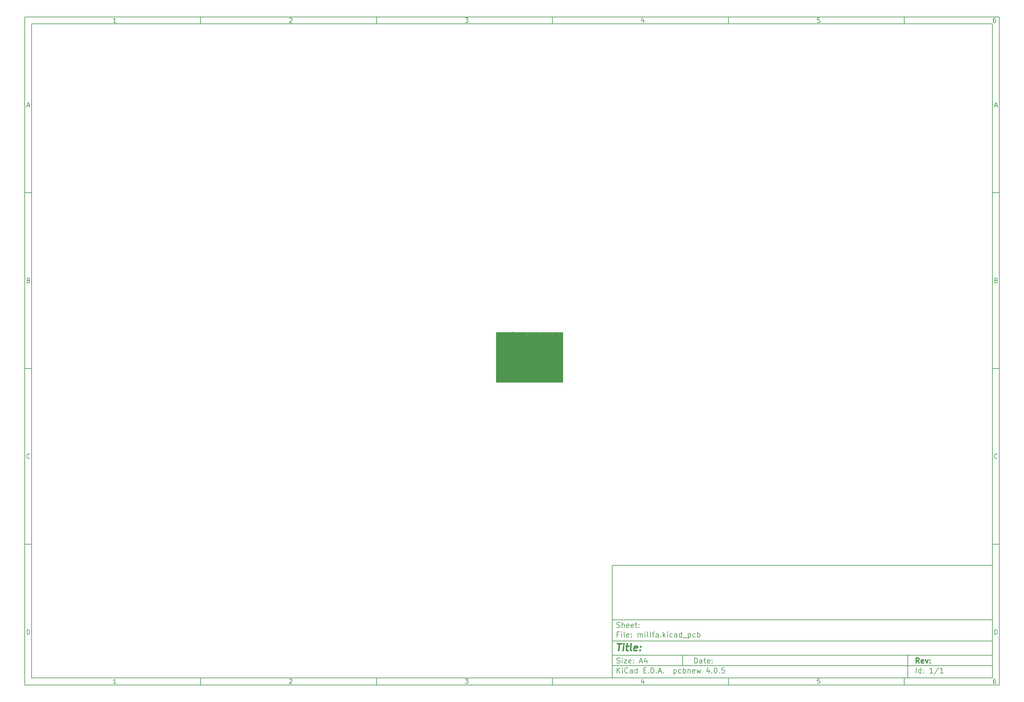
<source format=gbr>
%TF.GenerationSoftware,KiCad,Pcbnew,4.0.5*%
%TF.CreationDate,2017-03-15T23:01:03-07:00*%
%TF.ProjectId,millfa,6D696C6C66612E6B696361645F706362,rev?*%
%TF.FileFunction,Copper,L2,Bot,Signal*%
%FSLAX46Y46*%
G04 Gerber Fmt 4.6, Leading zero omitted, Abs format (unit mm)*
G04 Created by KiCad (PCBNEW 4.0.5) date 03/15/17 23:01:03*
%MOMM*%
%LPD*%
G01*
G04 APERTURE LIST*
%ADD10C,0.025400*%
%ADD11C,0.150000*%
%ADD12C,0.300000*%
%ADD13C,0.400000*%
%ADD14C,0.500380*%
%ADD15R,2.420000X5.080000*%
%ADD16C,0.970000*%
%ADD17R,0.460000X0.890000*%
%ADD18C,0.127000*%
G04 APERTURE END LIST*
D10*
D11*
X32984200Y-52075500D02*
X32984200Y-84075500D01*
X140984200Y-84075500D01*
X140984200Y-52075500D01*
X32984200Y-52075500D01*
D10*
D11*
X-134018000Y103931700D02*
X-134018000Y-86075500D01*
X142984200Y-86075500D01*
X142984200Y103931700D01*
X-134018000Y103931700D01*
D10*
D11*
X-132018000Y101931700D02*
X-132018000Y-84075500D01*
X140984200Y-84075500D01*
X140984200Y101931700D01*
X-132018000Y101931700D01*
D10*
D11*
X-84018000Y101931700D02*
X-84018000Y103931700D01*
D10*
D11*
X-34018000Y101931700D02*
X-34018000Y103931700D01*
D10*
D11*
X15982000Y101931700D02*
X15982000Y103931700D01*
D10*
D11*
X65982000Y101931700D02*
X65982000Y103931700D01*
D10*
D11*
X115982000Y101931700D02*
X115982000Y103931700D01*
D10*
D11*
X-108027524Y102343605D02*
X-108770381Y102343605D01*
X-108398952Y102343605D02*
X-108398952Y103643605D01*
X-108522762Y103457890D01*
X-108646571Y103334081D01*
X-108770381Y103272176D01*
D10*
D11*
X-58770381Y103519795D02*
X-58708476Y103581700D01*
X-58584667Y103643605D01*
X-58275143Y103643605D01*
X-58151333Y103581700D01*
X-58089429Y103519795D01*
X-58027524Y103395986D01*
X-58027524Y103272176D01*
X-58089429Y103086462D01*
X-58832286Y102343605D01*
X-58027524Y102343605D01*
D10*
D11*
X-8832286Y103643605D02*
X-8027524Y103643605D01*
X-8460857Y103148367D01*
X-8275143Y103148367D01*
X-8151333Y103086462D01*
X-8089429Y103024557D01*
X-8027524Y102900748D01*
X-8027524Y102591224D01*
X-8089429Y102467414D01*
X-8151333Y102405510D01*
X-8275143Y102343605D01*
X-8646571Y102343605D01*
X-8770381Y102405510D01*
X-8832286Y102467414D01*
D10*
D11*
X41848667Y103210271D02*
X41848667Y102343605D01*
X41539143Y103705510D02*
X41229619Y102776938D01*
X42034381Y102776938D01*
D10*
D11*
X91910571Y103643605D02*
X91291524Y103643605D01*
X91229619Y103024557D01*
X91291524Y103086462D01*
X91415333Y103148367D01*
X91724857Y103148367D01*
X91848667Y103086462D01*
X91910571Y103024557D01*
X91972476Y102900748D01*
X91972476Y102591224D01*
X91910571Y102467414D01*
X91848667Y102405510D01*
X91724857Y102343605D01*
X91415333Y102343605D01*
X91291524Y102405510D01*
X91229619Y102467414D01*
D10*
D11*
X141848667Y103643605D02*
X141601048Y103643605D01*
X141477238Y103581700D01*
X141415333Y103519795D01*
X141291524Y103334081D01*
X141229619Y103086462D01*
X141229619Y102591224D01*
X141291524Y102467414D01*
X141353429Y102405510D01*
X141477238Y102343605D01*
X141724857Y102343605D01*
X141848667Y102405510D01*
X141910571Y102467414D01*
X141972476Y102591224D01*
X141972476Y102900748D01*
X141910571Y103024557D01*
X141848667Y103086462D01*
X141724857Y103148367D01*
X141477238Y103148367D01*
X141353429Y103086462D01*
X141291524Y103024557D01*
X141229619Y102900748D01*
D10*
D11*
X-84018000Y-84075500D02*
X-84018000Y-86075500D01*
D10*
D11*
X-34018000Y-84075500D02*
X-34018000Y-86075500D01*
D10*
D11*
X15982000Y-84075500D02*
X15982000Y-86075500D01*
D10*
D11*
X65982000Y-84075500D02*
X65982000Y-86075500D01*
D10*
D11*
X115982000Y-84075500D02*
X115982000Y-86075500D01*
D10*
D11*
X-108027524Y-85663595D02*
X-108770381Y-85663595D01*
X-108398952Y-85663595D02*
X-108398952Y-84363595D01*
X-108522762Y-84549310D01*
X-108646571Y-84673119D01*
X-108770381Y-84735024D01*
D10*
D11*
X-58770381Y-84487405D02*
X-58708476Y-84425500D01*
X-58584667Y-84363595D01*
X-58275143Y-84363595D01*
X-58151333Y-84425500D01*
X-58089429Y-84487405D01*
X-58027524Y-84611214D01*
X-58027524Y-84735024D01*
X-58089429Y-84920738D01*
X-58832286Y-85663595D01*
X-58027524Y-85663595D01*
D10*
D11*
X-8832286Y-84363595D02*
X-8027524Y-84363595D01*
X-8460857Y-84858833D01*
X-8275143Y-84858833D01*
X-8151333Y-84920738D01*
X-8089429Y-84982643D01*
X-8027524Y-85106452D01*
X-8027524Y-85415976D01*
X-8089429Y-85539786D01*
X-8151333Y-85601690D01*
X-8275143Y-85663595D01*
X-8646571Y-85663595D01*
X-8770381Y-85601690D01*
X-8832286Y-85539786D01*
D10*
D11*
X41848667Y-84796929D02*
X41848667Y-85663595D01*
X41539143Y-84301690D02*
X41229619Y-85230262D01*
X42034381Y-85230262D01*
D10*
D11*
X91910571Y-84363595D02*
X91291524Y-84363595D01*
X91229619Y-84982643D01*
X91291524Y-84920738D01*
X91415333Y-84858833D01*
X91724857Y-84858833D01*
X91848667Y-84920738D01*
X91910571Y-84982643D01*
X91972476Y-85106452D01*
X91972476Y-85415976D01*
X91910571Y-85539786D01*
X91848667Y-85601690D01*
X91724857Y-85663595D01*
X91415333Y-85663595D01*
X91291524Y-85601690D01*
X91229619Y-85539786D01*
D10*
D11*
X141848667Y-84363595D02*
X141601048Y-84363595D01*
X141477238Y-84425500D01*
X141415333Y-84487405D01*
X141291524Y-84673119D01*
X141229619Y-84920738D01*
X141229619Y-85415976D01*
X141291524Y-85539786D01*
X141353429Y-85601690D01*
X141477238Y-85663595D01*
X141724857Y-85663595D01*
X141848667Y-85601690D01*
X141910571Y-85539786D01*
X141972476Y-85415976D01*
X141972476Y-85106452D01*
X141910571Y-84982643D01*
X141848667Y-84920738D01*
X141724857Y-84858833D01*
X141477238Y-84858833D01*
X141353429Y-84920738D01*
X141291524Y-84982643D01*
X141229619Y-85106452D01*
D10*
D11*
X-134018000Y53931700D02*
X-132018000Y53931700D01*
D10*
D11*
X-134018000Y3931700D02*
X-132018000Y3931700D01*
D10*
D11*
X-134018000Y-46068300D02*
X-132018000Y-46068300D01*
D10*
D11*
X-133327524Y78715033D02*
X-132708476Y78715033D01*
X-133451333Y78343605D02*
X-133018000Y79643605D01*
X-132584667Y78343605D01*
D10*
D11*
X-132925143Y29024557D02*
X-132739429Y28962652D01*
X-132677524Y28900748D01*
X-132615619Y28776938D01*
X-132615619Y28591224D01*
X-132677524Y28467414D01*
X-132739429Y28405510D01*
X-132863238Y28343605D01*
X-133358476Y28343605D01*
X-133358476Y29643605D01*
X-132925143Y29643605D01*
X-132801333Y29581700D01*
X-132739429Y29519795D01*
X-132677524Y29395986D01*
X-132677524Y29272176D01*
X-132739429Y29148367D01*
X-132801333Y29086462D01*
X-132925143Y29024557D01*
X-133358476Y29024557D01*
D10*
D11*
X-132615619Y-21532586D02*
X-132677524Y-21594490D01*
X-132863238Y-21656395D01*
X-132987048Y-21656395D01*
X-133172762Y-21594490D01*
X-133296571Y-21470681D01*
X-133358476Y-21346871D01*
X-133420381Y-21099252D01*
X-133420381Y-20913538D01*
X-133358476Y-20665919D01*
X-133296571Y-20542110D01*
X-133172762Y-20418300D01*
X-132987048Y-20356395D01*
X-132863238Y-20356395D01*
X-132677524Y-20418300D01*
X-132615619Y-20480205D01*
D10*
D11*
X-133358476Y-71656395D02*
X-133358476Y-70356395D01*
X-133048952Y-70356395D01*
X-132863238Y-70418300D01*
X-132739429Y-70542110D01*
X-132677524Y-70665919D01*
X-132615619Y-70913538D01*
X-132615619Y-71099252D01*
X-132677524Y-71346871D01*
X-132739429Y-71470681D01*
X-132863238Y-71594490D01*
X-133048952Y-71656395D01*
X-133358476Y-71656395D01*
D10*
D11*
X142984200Y53931700D02*
X140984200Y53931700D01*
D10*
D11*
X142984200Y3931700D02*
X140984200Y3931700D01*
D10*
D11*
X142984200Y-46068300D02*
X140984200Y-46068300D01*
D10*
D11*
X141674676Y78715033D02*
X142293724Y78715033D01*
X141550867Y78343605D02*
X141984200Y79643605D01*
X142417533Y78343605D01*
D10*
D11*
X142077057Y29024557D02*
X142262771Y28962652D01*
X142324676Y28900748D01*
X142386581Y28776938D01*
X142386581Y28591224D01*
X142324676Y28467414D01*
X142262771Y28405510D01*
X142138962Y28343605D01*
X141643724Y28343605D01*
X141643724Y29643605D01*
X142077057Y29643605D01*
X142200867Y29581700D01*
X142262771Y29519795D01*
X142324676Y29395986D01*
X142324676Y29272176D01*
X142262771Y29148367D01*
X142200867Y29086462D01*
X142077057Y29024557D01*
X141643724Y29024557D01*
D10*
D11*
X142386581Y-21532586D02*
X142324676Y-21594490D01*
X142138962Y-21656395D01*
X142015152Y-21656395D01*
X141829438Y-21594490D01*
X141705629Y-21470681D01*
X141643724Y-21346871D01*
X141581819Y-21099252D01*
X141581819Y-20913538D01*
X141643724Y-20665919D01*
X141705629Y-20542110D01*
X141829438Y-20418300D01*
X142015152Y-20356395D01*
X142138962Y-20356395D01*
X142324676Y-20418300D01*
X142386581Y-20480205D01*
D10*
D11*
X141643724Y-71656395D02*
X141643724Y-70356395D01*
X141953248Y-70356395D01*
X142138962Y-70418300D01*
X142262771Y-70542110D01*
X142324676Y-70665919D01*
X142386581Y-70913538D01*
X142386581Y-71099252D01*
X142324676Y-71346871D01*
X142262771Y-71470681D01*
X142138962Y-71594490D01*
X141953248Y-71656395D01*
X141643724Y-71656395D01*
D10*
D11*
X56341343Y-79854071D02*
X56341343Y-78354071D01*
X56698486Y-78354071D01*
X56912771Y-78425500D01*
X57055629Y-78568357D01*
X57127057Y-78711214D01*
X57198486Y-78996929D01*
X57198486Y-79211214D01*
X57127057Y-79496929D01*
X57055629Y-79639786D01*
X56912771Y-79782643D01*
X56698486Y-79854071D01*
X56341343Y-79854071D01*
X58484200Y-79854071D02*
X58484200Y-79068357D01*
X58412771Y-78925500D01*
X58269914Y-78854071D01*
X57984200Y-78854071D01*
X57841343Y-78925500D01*
X58484200Y-79782643D02*
X58341343Y-79854071D01*
X57984200Y-79854071D01*
X57841343Y-79782643D01*
X57769914Y-79639786D01*
X57769914Y-79496929D01*
X57841343Y-79354071D01*
X57984200Y-79282643D01*
X58341343Y-79282643D01*
X58484200Y-79211214D01*
X58984200Y-78854071D02*
X59555629Y-78854071D01*
X59198486Y-78354071D02*
X59198486Y-79639786D01*
X59269914Y-79782643D01*
X59412772Y-79854071D01*
X59555629Y-79854071D01*
X60627057Y-79782643D02*
X60484200Y-79854071D01*
X60198486Y-79854071D01*
X60055629Y-79782643D01*
X59984200Y-79639786D01*
X59984200Y-79068357D01*
X60055629Y-78925500D01*
X60198486Y-78854071D01*
X60484200Y-78854071D01*
X60627057Y-78925500D01*
X60698486Y-79068357D01*
X60698486Y-79211214D01*
X59984200Y-79354071D01*
X61341343Y-79711214D02*
X61412771Y-79782643D01*
X61341343Y-79854071D01*
X61269914Y-79782643D01*
X61341343Y-79711214D01*
X61341343Y-79854071D01*
X61341343Y-78925500D02*
X61412771Y-78996929D01*
X61341343Y-79068357D01*
X61269914Y-78996929D01*
X61341343Y-78925500D01*
X61341343Y-79068357D01*
D10*
D11*
X32984200Y-80575500D02*
X140984200Y-80575500D01*
D10*
D11*
X34341343Y-82654071D02*
X34341343Y-81154071D01*
X35198486Y-82654071D02*
X34555629Y-81796929D01*
X35198486Y-81154071D02*
X34341343Y-82011214D01*
X35841343Y-82654071D02*
X35841343Y-81654071D01*
X35841343Y-81154071D02*
X35769914Y-81225500D01*
X35841343Y-81296929D01*
X35912771Y-81225500D01*
X35841343Y-81154071D01*
X35841343Y-81296929D01*
X37412772Y-82511214D02*
X37341343Y-82582643D01*
X37127057Y-82654071D01*
X36984200Y-82654071D01*
X36769915Y-82582643D01*
X36627057Y-82439786D01*
X36555629Y-82296929D01*
X36484200Y-82011214D01*
X36484200Y-81796929D01*
X36555629Y-81511214D01*
X36627057Y-81368357D01*
X36769915Y-81225500D01*
X36984200Y-81154071D01*
X37127057Y-81154071D01*
X37341343Y-81225500D01*
X37412772Y-81296929D01*
X38698486Y-82654071D02*
X38698486Y-81868357D01*
X38627057Y-81725500D01*
X38484200Y-81654071D01*
X38198486Y-81654071D01*
X38055629Y-81725500D01*
X38698486Y-82582643D02*
X38555629Y-82654071D01*
X38198486Y-82654071D01*
X38055629Y-82582643D01*
X37984200Y-82439786D01*
X37984200Y-82296929D01*
X38055629Y-82154071D01*
X38198486Y-82082643D01*
X38555629Y-82082643D01*
X38698486Y-82011214D01*
X40055629Y-82654071D02*
X40055629Y-81154071D01*
X40055629Y-82582643D02*
X39912772Y-82654071D01*
X39627058Y-82654071D01*
X39484200Y-82582643D01*
X39412772Y-82511214D01*
X39341343Y-82368357D01*
X39341343Y-81939786D01*
X39412772Y-81796929D01*
X39484200Y-81725500D01*
X39627058Y-81654071D01*
X39912772Y-81654071D01*
X40055629Y-81725500D01*
X41912772Y-81868357D02*
X42412772Y-81868357D01*
X42627058Y-82654071D02*
X41912772Y-82654071D01*
X41912772Y-81154071D01*
X42627058Y-81154071D01*
X43269915Y-82511214D02*
X43341343Y-82582643D01*
X43269915Y-82654071D01*
X43198486Y-82582643D01*
X43269915Y-82511214D01*
X43269915Y-82654071D01*
X43984201Y-82654071D02*
X43984201Y-81154071D01*
X44341344Y-81154071D01*
X44555629Y-81225500D01*
X44698487Y-81368357D01*
X44769915Y-81511214D01*
X44841344Y-81796929D01*
X44841344Y-82011214D01*
X44769915Y-82296929D01*
X44698487Y-82439786D01*
X44555629Y-82582643D01*
X44341344Y-82654071D01*
X43984201Y-82654071D01*
X45484201Y-82511214D02*
X45555629Y-82582643D01*
X45484201Y-82654071D01*
X45412772Y-82582643D01*
X45484201Y-82511214D01*
X45484201Y-82654071D01*
X46127058Y-82225500D02*
X46841344Y-82225500D01*
X45984201Y-82654071D02*
X46484201Y-81154071D01*
X46984201Y-82654071D01*
X47484201Y-82511214D02*
X47555629Y-82582643D01*
X47484201Y-82654071D01*
X47412772Y-82582643D01*
X47484201Y-82511214D01*
X47484201Y-82654071D01*
X50484201Y-81654071D02*
X50484201Y-83154071D01*
X50484201Y-81725500D02*
X50627058Y-81654071D01*
X50912772Y-81654071D01*
X51055629Y-81725500D01*
X51127058Y-81796929D01*
X51198487Y-81939786D01*
X51198487Y-82368357D01*
X51127058Y-82511214D01*
X51055629Y-82582643D01*
X50912772Y-82654071D01*
X50627058Y-82654071D01*
X50484201Y-82582643D01*
X52484201Y-82582643D02*
X52341344Y-82654071D01*
X52055630Y-82654071D01*
X51912772Y-82582643D01*
X51841344Y-82511214D01*
X51769915Y-82368357D01*
X51769915Y-81939786D01*
X51841344Y-81796929D01*
X51912772Y-81725500D01*
X52055630Y-81654071D01*
X52341344Y-81654071D01*
X52484201Y-81725500D01*
X53127058Y-82654071D02*
X53127058Y-81154071D01*
X53127058Y-81725500D02*
X53269915Y-81654071D01*
X53555629Y-81654071D01*
X53698486Y-81725500D01*
X53769915Y-81796929D01*
X53841344Y-81939786D01*
X53841344Y-82368357D01*
X53769915Y-82511214D01*
X53698486Y-82582643D01*
X53555629Y-82654071D01*
X53269915Y-82654071D01*
X53127058Y-82582643D01*
X54484201Y-81654071D02*
X54484201Y-82654071D01*
X54484201Y-81796929D02*
X54555629Y-81725500D01*
X54698487Y-81654071D01*
X54912772Y-81654071D01*
X55055629Y-81725500D01*
X55127058Y-81868357D01*
X55127058Y-82654071D01*
X56412772Y-82582643D02*
X56269915Y-82654071D01*
X55984201Y-82654071D01*
X55841344Y-82582643D01*
X55769915Y-82439786D01*
X55769915Y-81868357D01*
X55841344Y-81725500D01*
X55984201Y-81654071D01*
X56269915Y-81654071D01*
X56412772Y-81725500D01*
X56484201Y-81868357D01*
X56484201Y-82011214D01*
X55769915Y-82154071D01*
X56984201Y-81654071D02*
X57269915Y-82654071D01*
X57555629Y-81939786D01*
X57841344Y-82654071D01*
X58127058Y-81654071D01*
X60484201Y-81654071D02*
X60484201Y-82654071D01*
X60127058Y-81082643D02*
X59769915Y-82154071D01*
X60698487Y-82154071D01*
X61269915Y-82511214D02*
X61341343Y-82582643D01*
X61269915Y-82654071D01*
X61198486Y-82582643D01*
X61269915Y-82511214D01*
X61269915Y-82654071D01*
X62269915Y-81154071D02*
X62412772Y-81154071D01*
X62555629Y-81225500D01*
X62627058Y-81296929D01*
X62698487Y-81439786D01*
X62769915Y-81725500D01*
X62769915Y-82082643D01*
X62698487Y-82368357D01*
X62627058Y-82511214D01*
X62555629Y-82582643D01*
X62412772Y-82654071D01*
X62269915Y-82654071D01*
X62127058Y-82582643D01*
X62055629Y-82511214D01*
X61984201Y-82368357D01*
X61912772Y-82082643D01*
X61912772Y-81725500D01*
X61984201Y-81439786D01*
X62055629Y-81296929D01*
X62127058Y-81225500D01*
X62269915Y-81154071D01*
X63412772Y-82511214D02*
X63484200Y-82582643D01*
X63412772Y-82654071D01*
X63341343Y-82582643D01*
X63412772Y-82511214D01*
X63412772Y-82654071D01*
X64841344Y-81154071D02*
X64127058Y-81154071D01*
X64055629Y-81868357D01*
X64127058Y-81796929D01*
X64269915Y-81725500D01*
X64627058Y-81725500D01*
X64769915Y-81796929D01*
X64841344Y-81868357D01*
X64912772Y-82011214D01*
X64912772Y-82368357D01*
X64841344Y-82511214D01*
X64769915Y-82582643D01*
X64627058Y-82654071D01*
X64269915Y-82654071D01*
X64127058Y-82582643D01*
X64055629Y-82511214D01*
D10*
D11*
X32984200Y-77575500D02*
X140984200Y-77575500D01*
D10*
D12*
X120198486Y-79854071D02*
X119698486Y-79139786D01*
X119341343Y-79854071D02*
X119341343Y-78354071D01*
X119912771Y-78354071D01*
X120055629Y-78425500D01*
X120127057Y-78496929D01*
X120198486Y-78639786D01*
X120198486Y-78854071D01*
X120127057Y-78996929D01*
X120055629Y-79068357D01*
X119912771Y-79139786D01*
X119341343Y-79139786D01*
X121412771Y-79782643D02*
X121269914Y-79854071D01*
X120984200Y-79854071D01*
X120841343Y-79782643D01*
X120769914Y-79639786D01*
X120769914Y-79068357D01*
X120841343Y-78925500D01*
X120984200Y-78854071D01*
X121269914Y-78854071D01*
X121412771Y-78925500D01*
X121484200Y-79068357D01*
X121484200Y-79211214D01*
X120769914Y-79354071D01*
X121984200Y-78854071D02*
X122341343Y-79854071D01*
X122698485Y-78854071D01*
X123269914Y-79711214D02*
X123341342Y-79782643D01*
X123269914Y-79854071D01*
X123198485Y-79782643D01*
X123269914Y-79711214D01*
X123269914Y-79854071D01*
X123269914Y-78925500D02*
X123341342Y-78996929D01*
X123269914Y-79068357D01*
X123198485Y-78996929D01*
X123269914Y-78925500D01*
X123269914Y-79068357D01*
D10*
D11*
X34269914Y-79782643D02*
X34484200Y-79854071D01*
X34841343Y-79854071D01*
X34984200Y-79782643D01*
X35055629Y-79711214D01*
X35127057Y-79568357D01*
X35127057Y-79425500D01*
X35055629Y-79282643D01*
X34984200Y-79211214D01*
X34841343Y-79139786D01*
X34555629Y-79068357D01*
X34412771Y-78996929D01*
X34341343Y-78925500D01*
X34269914Y-78782643D01*
X34269914Y-78639786D01*
X34341343Y-78496929D01*
X34412771Y-78425500D01*
X34555629Y-78354071D01*
X34912771Y-78354071D01*
X35127057Y-78425500D01*
X35769914Y-79854071D02*
X35769914Y-78854071D01*
X35769914Y-78354071D02*
X35698485Y-78425500D01*
X35769914Y-78496929D01*
X35841342Y-78425500D01*
X35769914Y-78354071D01*
X35769914Y-78496929D01*
X36341343Y-78854071D02*
X37127057Y-78854071D01*
X36341343Y-79854071D01*
X37127057Y-79854071D01*
X38269914Y-79782643D02*
X38127057Y-79854071D01*
X37841343Y-79854071D01*
X37698486Y-79782643D01*
X37627057Y-79639786D01*
X37627057Y-79068357D01*
X37698486Y-78925500D01*
X37841343Y-78854071D01*
X38127057Y-78854071D01*
X38269914Y-78925500D01*
X38341343Y-79068357D01*
X38341343Y-79211214D01*
X37627057Y-79354071D01*
X38984200Y-79711214D02*
X39055628Y-79782643D01*
X38984200Y-79854071D01*
X38912771Y-79782643D01*
X38984200Y-79711214D01*
X38984200Y-79854071D01*
X38984200Y-78925500D02*
X39055628Y-78996929D01*
X38984200Y-79068357D01*
X38912771Y-78996929D01*
X38984200Y-78925500D01*
X38984200Y-79068357D01*
X40769914Y-79425500D02*
X41484200Y-79425500D01*
X40627057Y-79854071D02*
X41127057Y-78354071D01*
X41627057Y-79854071D01*
X42769914Y-78854071D02*
X42769914Y-79854071D01*
X42412771Y-78282643D02*
X42055628Y-79354071D01*
X42984200Y-79354071D01*
D10*
D11*
X119341343Y-82654071D02*
X119341343Y-81154071D01*
X120698486Y-82654071D02*
X120698486Y-81154071D01*
X120698486Y-82582643D02*
X120555629Y-82654071D01*
X120269915Y-82654071D01*
X120127057Y-82582643D01*
X120055629Y-82511214D01*
X119984200Y-82368357D01*
X119984200Y-81939786D01*
X120055629Y-81796929D01*
X120127057Y-81725500D01*
X120269915Y-81654071D01*
X120555629Y-81654071D01*
X120698486Y-81725500D01*
X121412772Y-82511214D02*
X121484200Y-82582643D01*
X121412772Y-82654071D01*
X121341343Y-82582643D01*
X121412772Y-82511214D01*
X121412772Y-82654071D01*
X121412772Y-81725500D02*
X121484200Y-81796929D01*
X121412772Y-81868357D01*
X121341343Y-81796929D01*
X121412772Y-81725500D01*
X121412772Y-81868357D01*
X124055629Y-82654071D02*
X123198486Y-82654071D01*
X123627058Y-82654071D02*
X123627058Y-81154071D01*
X123484201Y-81368357D01*
X123341343Y-81511214D01*
X123198486Y-81582643D01*
X125769914Y-81082643D02*
X124484200Y-83011214D01*
X127055629Y-82654071D02*
X126198486Y-82654071D01*
X126627058Y-82654071D02*
X126627058Y-81154071D01*
X126484201Y-81368357D01*
X126341343Y-81511214D01*
X126198486Y-81582643D01*
D10*
D11*
X32984200Y-73575500D02*
X140984200Y-73575500D01*
D10*
D13*
X34436581Y-74280262D02*
X35579438Y-74280262D01*
X34758010Y-76280262D02*
X35008010Y-74280262D01*
X35996105Y-76280262D02*
X36162771Y-74946929D01*
X36246105Y-74280262D02*
X36138962Y-74375500D01*
X36222295Y-74470738D01*
X36329439Y-74375500D01*
X36246105Y-74280262D01*
X36222295Y-74470738D01*
X36829438Y-74946929D02*
X37591343Y-74946929D01*
X37198486Y-74280262D02*
X36984200Y-75994548D01*
X37055630Y-76185024D01*
X37234201Y-76280262D01*
X37424677Y-76280262D01*
X38377058Y-76280262D02*
X38198487Y-76185024D01*
X38127057Y-75994548D01*
X38341343Y-74280262D01*
X39912772Y-76185024D02*
X39710391Y-76280262D01*
X39329439Y-76280262D01*
X39150867Y-76185024D01*
X39079438Y-75994548D01*
X39174676Y-75232643D01*
X39293724Y-75042167D01*
X39496105Y-74946929D01*
X39877057Y-74946929D01*
X40055629Y-75042167D01*
X40127057Y-75232643D01*
X40103248Y-75423119D01*
X39127057Y-75613595D01*
X40877057Y-76089786D02*
X40960392Y-76185024D01*
X40853248Y-76280262D01*
X40769915Y-76185024D01*
X40877057Y-76089786D01*
X40853248Y-76280262D01*
X41008010Y-75042167D02*
X41091344Y-75137405D01*
X40984200Y-75232643D01*
X40900867Y-75137405D01*
X41008010Y-75042167D01*
X40984200Y-75232643D01*
D10*
D11*
X34841343Y-71668357D02*
X34341343Y-71668357D01*
X34341343Y-72454071D02*
X34341343Y-70954071D01*
X35055629Y-70954071D01*
X35627057Y-72454071D02*
X35627057Y-71454071D01*
X35627057Y-70954071D02*
X35555628Y-71025500D01*
X35627057Y-71096929D01*
X35698485Y-71025500D01*
X35627057Y-70954071D01*
X35627057Y-71096929D01*
X36555629Y-72454071D02*
X36412771Y-72382643D01*
X36341343Y-72239786D01*
X36341343Y-70954071D01*
X37698485Y-72382643D02*
X37555628Y-72454071D01*
X37269914Y-72454071D01*
X37127057Y-72382643D01*
X37055628Y-72239786D01*
X37055628Y-71668357D01*
X37127057Y-71525500D01*
X37269914Y-71454071D01*
X37555628Y-71454071D01*
X37698485Y-71525500D01*
X37769914Y-71668357D01*
X37769914Y-71811214D01*
X37055628Y-71954071D01*
X38412771Y-72311214D02*
X38484199Y-72382643D01*
X38412771Y-72454071D01*
X38341342Y-72382643D01*
X38412771Y-72311214D01*
X38412771Y-72454071D01*
X38412771Y-71525500D02*
X38484199Y-71596929D01*
X38412771Y-71668357D01*
X38341342Y-71596929D01*
X38412771Y-71525500D01*
X38412771Y-71668357D01*
X40269914Y-72454071D02*
X40269914Y-71454071D01*
X40269914Y-71596929D02*
X40341342Y-71525500D01*
X40484200Y-71454071D01*
X40698485Y-71454071D01*
X40841342Y-71525500D01*
X40912771Y-71668357D01*
X40912771Y-72454071D01*
X40912771Y-71668357D02*
X40984200Y-71525500D01*
X41127057Y-71454071D01*
X41341342Y-71454071D01*
X41484200Y-71525500D01*
X41555628Y-71668357D01*
X41555628Y-72454071D01*
X42269914Y-72454071D02*
X42269914Y-71454071D01*
X42269914Y-70954071D02*
X42198485Y-71025500D01*
X42269914Y-71096929D01*
X42341342Y-71025500D01*
X42269914Y-70954071D01*
X42269914Y-71096929D01*
X43198486Y-72454071D02*
X43055628Y-72382643D01*
X42984200Y-72239786D01*
X42984200Y-70954071D01*
X43984200Y-72454071D02*
X43841342Y-72382643D01*
X43769914Y-72239786D01*
X43769914Y-70954071D01*
X44341342Y-71454071D02*
X44912771Y-71454071D01*
X44555628Y-72454071D02*
X44555628Y-71168357D01*
X44627056Y-71025500D01*
X44769914Y-70954071D01*
X44912771Y-70954071D01*
X46055628Y-72454071D02*
X46055628Y-71668357D01*
X45984199Y-71525500D01*
X45841342Y-71454071D01*
X45555628Y-71454071D01*
X45412771Y-71525500D01*
X46055628Y-72382643D02*
X45912771Y-72454071D01*
X45555628Y-72454071D01*
X45412771Y-72382643D01*
X45341342Y-72239786D01*
X45341342Y-72096929D01*
X45412771Y-71954071D01*
X45555628Y-71882643D01*
X45912771Y-71882643D01*
X46055628Y-71811214D01*
X46769914Y-72311214D02*
X46841342Y-72382643D01*
X46769914Y-72454071D01*
X46698485Y-72382643D01*
X46769914Y-72311214D01*
X46769914Y-72454071D01*
X47484200Y-72454071D02*
X47484200Y-70954071D01*
X47627057Y-71882643D02*
X48055628Y-72454071D01*
X48055628Y-71454071D02*
X47484200Y-72025500D01*
X48698486Y-72454071D02*
X48698486Y-71454071D01*
X48698486Y-70954071D02*
X48627057Y-71025500D01*
X48698486Y-71096929D01*
X48769914Y-71025500D01*
X48698486Y-70954071D01*
X48698486Y-71096929D01*
X50055629Y-72382643D02*
X49912772Y-72454071D01*
X49627058Y-72454071D01*
X49484200Y-72382643D01*
X49412772Y-72311214D01*
X49341343Y-72168357D01*
X49341343Y-71739786D01*
X49412772Y-71596929D01*
X49484200Y-71525500D01*
X49627058Y-71454071D01*
X49912772Y-71454071D01*
X50055629Y-71525500D01*
X51341343Y-72454071D02*
X51341343Y-71668357D01*
X51269914Y-71525500D01*
X51127057Y-71454071D01*
X50841343Y-71454071D01*
X50698486Y-71525500D01*
X51341343Y-72382643D02*
X51198486Y-72454071D01*
X50841343Y-72454071D01*
X50698486Y-72382643D01*
X50627057Y-72239786D01*
X50627057Y-72096929D01*
X50698486Y-71954071D01*
X50841343Y-71882643D01*
X51198486Y-71882643D01*
X51341343Y-71811214D01*
X52698486Y-72454071D02*
X52698486Y-70954071D01*
X52698486Y-72382643D02*
X52555629Y-72454071D01*
X52269915Y-72454071D01*
X52127057Y-72382643D01*
X52055629Y-72311214D01*
X51984200Y-72168357D01*
X51984200Y-71739786D01*
X52055629Y-71596929D01*
X52127057Y-71525500D01*
X52269915Y-71454071D01*
X52555629Y-71454071D01*
X52698486Y-71525500D01*
X53055629Y-72596929D02*
X54198486Y-72596929D01*
X54555629Y-71454071D02*
X54555629Y-72954071D01*
X54555629Y-71525500D02*
X54698486Y-71454071D01*
X54984200Y-71454071D01*
X55127057Y-71525500D01*
X55198486Y-71596929D01*
X55269915Y-71739786D01*
X55269915Y-72168357D01*
X55198486Y-72311214D01*
X55127057Y-72382643D01*
X54984200Y-72454071D01*
X54698486Y-72454071D01*
X54555629Y-72382643D01*
X56555629Y-72382643D02*
X56412772Y-72454071D01*
X56127058Y-72454071D01*
X55984200Y-72382643D01*
X55912772Y-72311214D01*
X55841343Y-72168357D01*
X55841343Y-71739786D01*
X55912772Y-71596929D01*
X55984200Y-71525500D01*
X56127058Y-71454071D01*
X56412772Y-71454071D01*
X56555629Y-71525500D01*
X57198486Y-72454071D02*
X57198486Y-70954071D01*
X57198486Y-71525500D02*
X57341343Y-71454071D01*
X57627057Y-71454071D01*
X57769914Y-71525500D01*
X57841343Y-71596929D01*
X57912772Y-71739786D01*
X57912772Y-72168357D01*
X57841343Y-72311214D01*
X57769914Y-72382643D01*
X57627057Y-72454071D01*
X57341343Y-72454071D01*
X57198486Y-72382643D01*
D10*
D11*
X32984200Y-67575500D02*
X140984200Y-67575500D01*
D10*
D11*
X34269914Y-69682643D02*
X34484200Y-69754071D01*
X34841343Y-69754071D01*
X34984200Y-69682643D01*
X35055629Y-69611214D01*
X35127057Y-69468357D01*
X35127057Y-69325500D01*
X35055629Y-69182643D01*
X34984200Y-69111214D01*
X34841343Y-69039786D01*
X34555629Y-68968357D01*
X34412771Y-68896929D01*
X34341343Y-68825500D01*
X34269914Y-68682643D01*
X34269914Y-68539786D01*
X34341343Y-68396929D01*
X34412771Y-68325500D01*
X34555629Y-68254071D01*
X34912771Y-68254071D01*
X35127057Y-68325500D01*
X35769914Y-69754071D02*
X35769914Y-68254071D01*
X36412771Y-69754071D02*
X36412771Y-68968357D01*
X36341342Y-68825500D01*
X36198485Y-68754071D01*
X35984200Y-68754071D01*
X35841342Y-68825500D01*
X35769914Y-68896929D01*
X37698485Y-69682643D02*
X37555628Y-69754071D01*
X37269914Y-69754071D01*
X37127057Y-69682643D01*
X37055628Y-69539786D01*
X37055628Y-68968357D01*
X37127057Y-68825500D01*
X37269914Y-68754071D01*
X37555628Y-68754071D01*
X37698485Y-68825500D01*
X37769914Y-68968357D01*
X37769914Y-69111214D01*
X37055628Y-69254071D01*
X38984199Y-69682643D02*
X38841342Y-69754071D01*
X38555628Y-69754071D01*
X38412771Y-69682643D01*
X38341342Y-69539786D01*
X38341342Y-68968357D01*
X38412771Y-68825500D01*
X38555628Y-68754071D01*
X38841342Y-68754071D01*
X38984199Y-68825500D01*
X39055628Y-68968357D01*
X39055628Y-69111214D01*
X38341342Y-69254071D01*
X39484199Y-68754071D02*
X40055628Y-68754071D01*
X39698485Y-68254071D02*
X39698485Y-69539786D01*
X39769913Y-69682643D01*
X39912771Y-69754071D01*
X40055628Y-69754071D01*
X40555628Y-69611214D02*
X40627056Y-69682643D01*
X40555628Y-69754071D01*
X40484199Y-69682643D01*
X40555628Y-69611214D01*
X40555628Y-69754071D01*
X40555628Y-68825500D02*
X40627056Y-68896929D01*
X40555628Y-68968357D01*
X40484199Y-68896929D01*
X40555628Y-68825500D01*
X40555628Y-68968357D01*
D10*
D11*
X52984200Y-77575500D02*
X52984200Y-80575500D01*
D10*
D11*
X116984200Y-77575500D02*
X116984200Y-84075500D01*
D14*
X4762500Y14160500D03*
X8699500Y12890500D03*
X8699500Y13779500D03*
X9588500Y13779500D03*
X10477500Y13779500D03*
X11366500Y13779500D03*
X12255500Y13779500D03*
X13144500Y13779500D03*
X14033500Y13779500D03*
X14922500Y13779500D03*
X15811500Y13779500D03*
D15*
X2478000Y3017100D03*
X11238000Y3017100D03*
D16*
X2478000Y6457100D03*
X11238000Y6457100D03*
D17*
X2478000Y6007100D03*
X11238000Y6007100D03*
D14*
X16700500Y13779500D03*
X17589500Y13779500D03*
X18478500Y13779500D03*
D18*
X63500Y14160500D02*
X4448809Y14160500D01*
X5076191Y14160500D02*
X18910357Y14160500D01*
X63500Y14084300D02*
X4454571Y14084300D01*
X5070518Y14084300D02*
X8615729Y14084300D01*
X8783451Y14084300D02*
X9504729Y14084300D01*
X9672451Y14084300D02*
X10393729Y14084300D01*
X10561451Y14084300D02*
X11282729Y14084300D01*
X11450451Y14084300D02*
X12171729Y14084300D01*
X12339451Y14084300D02*
X13060729Y14084300D01*
X13228451Y14084300D02*
X13949729Y14084300D01*
X14117451Y14084300D02*
X14838729Y14084300D01*
X15006451Y14084300D02*
X15727729Y14084300D01*
X15895451Y14084300D02*
X16616729Y14084300D01*
X16784451Y14084300D02*
X17505729Y14084300D01*
X17673451Y14084300D02*
X18394729Y14084300D01*
X18562451Y14084300D02*
X18910425Y14084300D01*
X63500Y14008100D02*
X4486056Y14008100D01*
X5038877Y14008100D02*
X8484487Y14008100D01*
X8914538Y14008100D02*
X9373487Y14008100D01*
X9803538Y14008100D02*
X10262487Y14008100D01*
X10692538Y14008100D02*
X11151487Y14008100D01*
X11581538Y14008100D02*
X12040487Y14008100D01*
X12470538Y14008100D02*
X12929487Y14008100D01*
X13359538Y14008100D02*
X13818487Y14008100D01*
X14248538Y14008100D02*
X14707487Y14008100D01*
X15137538Y14008100D02*
X15596487Y14008100D01*
X16026538Y14008100D02*
X16485487Y14008100D01*
X16915538Y14008100D02*
X17374487Y14008100D01*
X17804538Y14008100D02*
X18263487Y14008100D01*
X18693538Y14008100D02*
X18910493Y14008100D01*
X63500Y13931900D02*
X4547462Y13931900D01*
X4977513Y13931900D02*
X8423123Y13931900D01*
X8975944Y13931900D02*
X9312123Y13931900D01*
X9864944Y13931900D02*
X10201123Y13931900D01*
X10753944Y13931900D02*
X11090123Y13931900D01*
X11642944Y13931900D02*
X11979123Y13931900D01*
X12531944Y13931900D02*
X12868123Y13931900D01*
X13420944Y13931900D02*
X13757123Y13931900D01*
X14309944Y13931900D02*
X14646123Y13931900D01*
X15198944Y13931900D02*
X15535123Y13931900D01*
X16087944Y13931900D02*
X16424123Y13931900D01*
X16976944Y13931900D02*
X17313123Y13931900D01*
X17865944Y13931900D02*
X18202123Y13931900D01*
X18754944Y13931900D02*
X18910561Y13931900D01*
X63500Y13855700D02*
X4678549Y13855700D01*
X4846271Y13855700D02*
X8391482Y13855700D01*
X9007429Y13855700D02*
X9280482Y13855700D01*
X9896429Y13855700D02*
X10169482Y13855700D01*
X10785429Y13855700D02*
X11058482Y13855700D01*
X11674429Y13855700D02*
X11947482Y13855700D01*
X12563429Y13855700D02*
X12836482Y13855700D01*
X13452429Y13855700D02*
X13725482Y13855700D01*
X14341429Y13855700D02*
X14614482Y13855700D01*
X15230429Y13855700D02*
X15503482Y13855700D01*
X16119429Y13855700D02*
X16392482Y13855700D01*
X17008429Y13855700D02*
X17281482Y13855700D01*
X17897429Y13855700D02*
X18170482Y13855700D01*
X18786429Y13855700D02*
X18910629Y13855700D01*
X63500Y13779500D02*
X8385810Y13779500D01*
X9013190Y13779500D02*
X9274810Y13779500D01*
X9902190Y13779500D02*
X10163810Y13779500D01*
X10791190Y13779500D02*
X11052810Y13779500D01*
X11680190Y13779500D02*
X11941810Y13779500D01*
X12569190Y13779500D02*
X12830810Y13779500D01*
X13458190Y13779500D02*
X13719810Y13779500D01*
X14347190Y13779500D02*
X14608810Y13779500D01*
X15236190Y13779500D02*
X15497810Y13779500D01*
X16125190Y13779500D02*
X16386810Y13779500D01*
X17014190Y13779500D02*
X17275810Y13779500D01*
X17903190Y13779500D02*
X18164810Y13779500D01*
X18792190Y13779500D02*
X18910697Y13779500D01*
X63500Y13703300D02*
X8391571Y13703300D01*
X9007518Y13703300D02*
X9280571Y13703300D01*
X9896518Y13703300D02*
X10169571Y13703300D01*
X10785518Y13703300D02*
X11058571Y13703300D01*
X11674518Y13703300D02*
X11947571Y13703300D01*
X12563518Y13703300D02*
X12836571Y13703300D01*
X13452518Y13703300D02*
X13725571Y13703300D01*
X14341518Y13703300D02*
X14614571Y13703300D01*
X15230518Y13703300D02*
X15503571Y13703300D01*
X16119518Y13703300D02*
X16392571Y13703300D01*
X17008518Y13703300D02*
X17281571Y13703300D01*
X17897518Y13703300D02*
X18170571Y13703300D01*
X18786518Y13703300D02*
X18910765Y13703300D01*
X63500Y13627100D02*
X8423056Y13627100D01*
X8975877Y13627100D02*
X9312056Y13627100D01*
X9864877Y13627100D02*
X10201056Y13627100D01*
X10753877Y13627100D02*
X11090056Y13627100D01*
X11642877Y13627100D02*
X11979056Y13627100D01*
X12531877Y13627100D02*
X12868056Y13627100D01*
X13420877Y13627100D02*
X13757056Y13627100D01*
X14309877Y13627100D02*
X14646056Y13627100D01*
X15198877Y13627100D02*
X15535056Y13627100D01*
X16087877Y13627100D02*
X16424056Y13627100D01*
X16976877Y13627100D02*
X17313056Y13627100D01*
X17865877Y13627100D02*
X18202056Y13627100D01*
X18754877Y13627100D02*
X18910833Y13627100D01*
X63500Y13550900D02*
X8484462Y13550900D01*
X8914513Y13550900D02*
X9373462Y13550900D01*
X9803513Y13550900D02*
X10262462Y13550900D01*
X10692513Y13550900D02*
X11151462Y13550900D01*
X11581513Y13550900D02*
X12040462Y13550900D01*
X12470513Y13550900D02*
X12929462Y13550900D01*
X13359513Y13550900D02*
X13818462Y13550900D01*
X14248513Y13550900D02*
X14707462Y13550900D01*
X15137513Y13550900D02*
X15596462Y13550900D01*
X16026513Y13550900D02*
X16485462Y13550900D01*
X16915513Y13550900D02*
X17374462Y13550900D01*
X17804513Y13550900D02*
X18263462Y13550900D01*
X18693513Y13550900D02*
X18910901Y13550900D01*
X63500Y13474700D02*
X8615549Y13474700D01*
X8783271Y13474700D02*
X9504549Y13474700D01*
X9672271Y13474700D02*
X10393549Y13474700D01*
X10561271Y13474700D02*
X11282549Y13474700D01*
X11450271Y13474700D02*
X12171549Y13474700D01*
X12339271Y13474700D02*
X13060549Y13474700D01*
X13228271Y13474700D02*
X13949549Y13474700D01*
X14117271Y13474700D02*
X14838549Y13474700D01*
X15006271Y13474700D02*
X15727549Y13474700D01*
X15895271Y13474700D02*
X16616549Y13474700D01*
X16784271Y13474700D02*
X17505549Y13474700D01*
X17673271Y13474700D02*
X18394549Y13474700D01*
X18562271Y13474700D02*
X18910969Y13474700D01*
X63500Y13398500D02*
X18911037Y13398500D01*
X63500Y13322300D02*
X18911105Y13322300D01*
X63500Y13246100D02*
X18911173Y13246100D01*
X63500Y13169900D02*
X8554256Y13169900D01*
X8844621Y13169900D02*
X18911241Y13169900D01*
X63500Y13093700D02*
X8459043Y13093700D01*
X8939893Y13093700D02*
X18911309Y13093700D01*
X63500Y13017500D02*
X8412576Y13017500D01*
X8986439Y13017500D02*
X18911377Y13017500D01*
X63500Y12941300D02*
X8385854Y12941300D01*
X9013235Y12941300D02*
X18911445Y12941300D01*
X63500Y12865100D02*
X8385788Y12865100D01*
X9013168Y12865100D02*
X18911513Y12865100D01*
X63500Y12788900D02*
X8402066Y12788900D01*
X8996971Y12788900D02*
X18911581Y12788900D01*
X63500Y12712700D02*
X8433751Y12712700D01*
X8965330Y12712700D02*
X18911649Y12712700D01*
X63500Y12636500D02*
X8509818Y12636500D01*
X8889069Y12636500D02*
X18911717Y12636500D01*
X63500Y12560300D02*
X18911785Y12560300D01*
X63500Y12484100D02*
X18911853Y12484100D01*
X63500Y12407900D02*
X18911921Y12407900D01*
X63500Y12331700D02*
X18911989Y12331700D01*
X63500Y12255500D02*
X18912057Y12255500D01*
X63500Y12179300D02*
X18912125Y12179300D01*
X63500Y12103100D02*
X18912193Y12103100D01*
X63500Y12026900D02*
X18912261Y12026900D01*
X63500Y11950700D02*
X18912329Y11950700D01*
X63500Y11874500D02*
X18912397Y11874500D01*
X63500Y11798300D02*
X18912466Y11798300D01*
X63500Y11722100D02*
X18912534Y11722100D01*
X63500Y11645900D02*
X18912602Y11645900D01*
X63500Y11569700D02*
X18912670Y11569700D01*
X63500Y11493500D02*
X18912738Y11493500D01*
X63500Y11417300D02*
X18912806Y11417300D01*
X63500Y11341100D02*
X18912874Y11341100D01*
X63500Y11264900D02*
X18912942Y11264900D01*
X63500Y11188700D02*
X18913010Y11188700D01*
X63500Y11112500D02*
X18913078Y11112500D01*
X63500Y11036300D02*
X18913146Y11036300D01*
X63500Y10960100D02*
X18913214Y10960100D01*
X63500Y10883900D02*
X18913282Y10883900D01*
X63500Y10807700D02*
X18913350Y10807700D01*
X63500Y10731500D02*
X18913418Y10731500D01*
X63500Y10655300D02*
X18913486Y10655300D01*
X63500Y10579100D02*
X18913554Y10579100D01*
X63500Y10502900D02*
X18913622Y10502900D01*
X63500Y10426700D02*
X18913690Y10426700D01*
X63500Y10350500D02*
X18913758Y10350500D01*
X63500Y10274300D02*
X18913826Y10274300D01*
X63500Y10198100D02*
X18913894Y10198100D01*
X63500Y10121900D02*
X18913962Y10121900D01*
X63500Y10045700D02*
X18914030Y10045700D01*
X63500Y9969500D02*
X18914098Y9969500D01*
X63500Y9893300D02*
X18914166Y9893300D01*
X63500Y9817100D02*
X18914234Y9817100D01*
X63500Y9740900D02*
X18914302Y9740900D01*
X63500Y9664700D02*
X18914370Y9664700D01*
X63500Y9588500D02*
X18914438Y9588500D01*
X63500Y9512300D02*
X18914506Y9512300D01*
X63500Y9436100D02*
X18914575Y9436100D01*
X63500Y9359900D02*
X18914643Y9359900D01*
X63500Y9283700D02*
X18914711Y9283700D01*
X63500Y9207500D02*
X18914779Y9207500D01*
X63500Y9131300D02*
X18914847Y9131300D01*
X63500Y9055100D02*
X18914915Y9055100D01*
X63500Y8978900D02*
X18914983Y8978900D01*
X63500Y8902700D02*
X18915051Y8902700D01*
X63500Y8826500D02*
X18915119Y8826500D01*
X63500Y8750300D02*
X18915187Y8750300D01*
X63500Y8674100D02*
X18915255Y8674100D01*
X63500Y8597900D02*
X18915323Y8597900D01*
X63500Y8521700D02*
X18915391Y8521700D01*
X63500Y8445500D02*
X18915459Y8445500D01*
X63500Y8369300D02*
X18915527Y8369300D01*
X63500Y8293100D02*
X18915595Y8293100D01*
X63500Y8216900D02*
X18915663Y8216900D01*
X63500Y8140700D02*
X18915731Y8140700D01*
X63500Y8064500D02*
X18915799Y8064500D01*
X63500Y7988300D02*
X18915867Y7988300D01*
X63500Y7912100D02*
X18915935Y7912100D01*
X63500Y7835900D02*
X18916003Y7835900D01*
X63500Y7759700D02*
X18916071Y7759700D01*
X63500Y7683500D02*
X18916139Y7683500D01*
X63500Y7607300D02*
X18916207Y7607300D01*
X63500Y7531100D02*
X18916275Y7531100D01*
X63500Y7454900D02*
X18916343Y7454900D01*
X63500Y7378700D02*
X18916411Y7378700D01*
X63500Y7302500D02*
X18916479Y7302500D01*
X63500Y7226300D02*
X18916547Y7226300D01*
X63500Y7150100D02*
X18916615Y7150100D01*
X63500Y7073900D02*
X18916684Y7073900D01*
X63500Y6997700D02*
X18916752Y6997700D01*
X63500Y6921500D02*
X18916820Y6921500D01*
X63500Y6845300D02*
X18916888Y6845300D01*
X63500Y6769100D02*
X18916956Y6769100D01*
X63500Y6692900D02*
X18917024Y6692900D01*
X63500Y6616700D02*
X18917092Y6616700D01*
X63500Y6540500D02*
X18917160Y6540500D01*
X63500Y6464300D02*
X18917228Y6464300D01*
X63500Y6388100D02*
X18917296Y6388100D01*
X63500Y6311900D02*
X18917364Y6311900D01*
X63500Y6235700D02*
X18917432Y6235700D01*
X63500Y6159500D02*
X18917500Y6159500D01*
X63500Y6083300D02*
X18917568Y6083300D01*
X63500Y6007100D02*
X18917636Y6007100D01*
X63500Y5930900D02*
X18917704Y5930900D01*
X63500Y5854700D02*
X18917772Y5854700D01*
X63500Y5778500D02*
X18917840Y5778500D01*
X63500Y5702300D02*
X18917908Y5702300D01*
X63500Y5626100D02*
X18917976Y5626100D01*
X63500Y5549900D02*
X18918044Y5549900D01*
X63500Y5473700D02*
X18918112Y5473700D01*
X63500Y5397500D02*
X18918180Y5397500D01*
X63500Y5321300D02*
X18918248Y5321300D01*
X63500Y5245100D02*
X18918316Y5245100D01*
X63500Y5168900D02*
X18918384Y5168900D01*
X63500Y5092700D02*
X18918452Y5092700D01*
X63500Y5016500D02*
X18918520Y5016500D01*
X63500Y4940300D02*
X18918588Y4940300D01*
X63500Y4864100D02*
X18918656Y4864100D01*
X63500Y4787900D02*
X18918724Y4787900D01*
X63500Y4711700D02*
X18918793Y4711700D01*
X63500Y4635500D02*
X18918861Y4635500D01*
X63500Y4559300D02*
X18918929Y4559300D01*
X63500Y4483100D02*
X18918997Y4483100D01*
X63500Y4406900D02*
X18919065Y4406900D01*
X63500Y4330700D02*
X18919133Y4330700D01*
X63500Y4254500D02*
X18919201Y4254500D01*
X63500Y4178300D02*
X18919269Y4178300D01*
X63500Y4102100D02*
X18919337Y4102100D01*
X63500Y4025900D02*
X18919405Y4025900D01*
X63500Y3949700D02*
X18919473Y3949700D01*
X63500Y3873500D02*
X18919541Y3873500D01*
X63500Y3797300D02*
X18919609Y3797300D01*
X63500Y3721100D02*
X18919677Y3721100D01*
X63500Y3644900D02*
X18919745Y3644900D01*
X63500Y3568700D02*
X18919813Y3568700D01*
X63500Y3492500D02*
X18919881Y3492500D01*
X63500Y3416300D02*
X18919949Y3416300D01*
X63500Y3340100D02*
X18920017Y3340100D01*
X63500Y3263900D02*
X18920085Y3263900D01*
X63500Y3187700D02*
X18920153Y3187700D01*
X63500Y3111500D02*
X18920221Y3111500D01*
X63500Y3035300D02*
X18920289Y3035300D01*
X63500Y2959100D02*
X18920357Y2959100D01*
X63500Y2882900D02*
X18920425Y2882900D01*
X63500Y2806700D02*
X18920493Y2806700D01*
X63500Y2730500D02*
X18920561Y2730500D01*
X63500Y2654300D02*
X18920629Y2654300D01*
X63500Y2578100D02*
X18920697Y2578100D01*
X63500Y2501900D02*
X18920765Y2501900D01*
X63500Y2425700D02*
X18920833Y2425700D01*
X63500Y2349500D02*
X18920902Y2349500D01*
X63500Y2273300D02*
X18920970Y2273300D01*
X63500Y2197100D02*
X18921038Y2197100D01*
X63500Y2120900D02*
X18921106Y2120900D01*
X63500Y2044700D02*
X18921174Y2044700D01*
X63500Y1968500D02*
X18921242Y1968500D01*
X63500Y1892300D02*
X18921310Y1892300D01*
X63500Y1816100D02*
X18921378Y1816100D01*
X63500Y1739900D02*
X18921446Y1739900D01*
X63500Y1663700D02*
X18921514Y1663700D01*
X63500Y1587500D02*
X18921582Y1587500D01*
X63500Y1511300D02*
X18921650Y1511300D01*
X63500Y1435100D02*
X18921718Y1435100D01*
X63500Y1358900D02*
X18921786Y1358900D01*
X63500Y1282700D02*
X18921854Y1282700D01*
X63500Y1206500D02*
X18921922Y1206500D01*
X63500Y1130300D02*
X18921990Y1130300D01*
X63500Y1054100D02*
X18922058Y1054100D01*
X63500Y977900D02*
X18922126Y977900D01*
X63500Y901700D02*
X18922194Y901700D01*
X63500Y825500D02*
X18922262Y825500D01*
X63500Y749300D02*
X18922330Y749300D01*
X63500Y673100D02*
X18922398Y673100D01*
X63500Y596900D02*
X18922466Y596900D01*
X63500Y520700D02*
X18922534Y520700D01*
X63500Y444500D02*
X18922602Y444500D01*
X63500Y368300D02*
X18922670Y368300D01*
X63500Y292100D02*
X18922738Y292100D01*
X63500Y215900D02*
X18922806Y215900D01*
X63500Y139700D02*
X18922874Y139700D01*
X4448755Y14098377D02*
X4496411Y13983041D01*
X4584577Y13894721D01*
X4699829Y13846864D01*
X4824623Y13846755D01*
X4939959Y13894411D01*
X5028279Y13982577D01*
X5076136Y14097829D01*
X5076191Y14160500D01*
X18910357Y14160500D01*
X18922943Y63500D01*
X63500Y63500D01*
X63500Y12828377D01*
X8385755Y12828377D01*
X8433411Y12713041D01*
X8521577Y12624721D01*
X8636829Y12576864D01*
X8761623Y12576755D01*
X8876959Y12624411D01*
X8965279Y12712577D01*
X9013136Y12827829D01*
X9013245Y12952623D01*
X8965589Y13067959D01*
X8877423Y13156279D01*
X8762171Y13204136D01*
X8637377Y13204245D01*
X8522041Y13156589D01*
X8433721Y13068423D01*
X8385864Y12953171D01*
X8385755Y12828377D01*
X63500Y12828377D01*
X63500Y13717377D01*
X8385755Y13717377D01*
X8433411Y13602041D01*
X8521577Y13513721D01*
X8636829Y13465864D01*
X8761623Y13465755D01*
X8876959Y13513411D01*
X8965279Y13601577D01*
X9013136Y13716829D01*
X9013136Y13717377D01*
X9274755Y13717377D01*
X9322411Y13602041D01*
X9410577Y13513721D01*
X9525829Y13465864D01*
X9650623Y13465755D01*
X9765959Y13513411D01*
X9854279Y13601577D01*
X9902136Y13716829D01*
X9902136Y13717377D01*
X10163755Y13717377D01*
X10211411Y13602041D01*
X10299577Y13513721D01*
X10414829Y13465864D01*
X10539623Y13465755D01*
X10654959Y13513411D01*
X10743279Y13601577D01*
X10791136Y13716829D01*
X10791136Y13717377D01*
X11052755Y13717377D01*
X11100411Y13602041D01*
X11188577Y13513721D01*
X11303829Y13465864D01*
X11428623Y13465755D01*
X11543959Y13513411D01*
X11632279Y13601577D01*
X11680136Y13716829D01*
X11680136Y13717377D01*
X11941755Y13717377D01*
X11989411Y13602041D01*
X12077577Y13513721D01*
X12192829Y13465864D01*
X12317623Y13465755D01*
X12432959Y13513411D01*
X12521279Y13601577D01*
X12569136Y13716829D01*
X12569136Y13717377D01*
X12830755Y13717377D01*
X12878411Y13602041D01*
X12966577Y13513721D01*
X13081829Y13465864D01*
X13206623Y13465755D01*
X13321959Y13513411D01*
X13410279Y13601577D01*
X13458136Y13716829D01*
X13458136Y13717377D01*
X13719755Y13717377D01*
X13767411Y13602041D01*
X13855577Y13513721D01*
X13970829Y13465864D01*
X14095623Y13465755D01*
X14210959Y13513411D01*
X14299279Y13601577D01*
X14347136Y13716829D01*
X14347136Y13717377D01*
X14608755Y13717377D01*
X14656411Y13602041D01*
X14744577Y13513721D01*
X14859829Y13465864D01*
X14984623Y13465755D01*
X15099959Y13513411D01*
X15188279Y13601577D01*
X15236136Y13716829D01*
X15236136Y13717377D01*
X15497755Y13717377D01*
X15545411Y13602041D01*
X15633577Y13513721D01*
X15748829Y13465864D01*
X15873623Y13465755D01*
X15988959Y13513411D01*
X16077279Y13601577D01*
X16125136Y13716829D01*
X16125136Y13717377D01*
X16386755Y13717377D01*
X16434411Y13602041D01*
X16522577Y13513721D01*
X16637829Y13465864D01*
X16762623Y13465755D01*
X16877959Y13513411D01*
X16966279Y13601577D01*
X17014136Y13716829D01*
X17014136Y13717377D01*
X17275755Y13717377D01*
X17323411Y13602041D01*
X17411577Y13513721D01*
X17526829Y13465864D01*
X17651623Y13465755D01*
X17766959Y13513411D01*
X17855279Y13601577D01*
X17903136Y13716829D01*
X17903136Y13717377D01*
X18164755Y13717377D01*
X18212411Y13602041D01*
X18300577Y13513721D01*
X18415829Y13465864D01*
X18540623Y13465755D01*
X18655959Y13513411D01*
X18744279Y13601577D01*
X18792136Y13716829D01*
X18792245Y13841623D01*
X18744589Y13956959D01*
X18656423Y14045279D01*
X18541171Y14093136D01*
X18416377Y14093245D01*
X18301041Y14045589D01*
X18212721Y13957423D01*
X18164864Y13842171D01*
X18164755Y13717377D01*
X17903136Y13717377D01*
X17903245Y13841623D01*
X17855589Y13956959D01*
X17767423Y14045279D01*
X17652171Y14093136D01*
X17527377Y14093245D01*
X17412041Y14045589D01*
X17323721Y13957423D01*
X17275864Y13842171D01*
X17275755Y13717377D01*
X17014136Y13717377D01*
X17014245Y13841623D01*
X16966589Y13956959D01*
X16878423Y14045279D01*
X16763171Y14093136D01*
X16638377Y14093245D01*
X16523041Y14045589D01*
X16434721Y13957423D01*
X16386864Y13842171D01*
X16386755Y13717377D01*
X16125136Y13717377D01*
X16125245Y13841623D01*
X16077589Y13956959D01*
X15989423Y14045279D01*
X15874171Y14093136D01*
X15749377Y14093245D01*
X15634041Y14045589D01*
X15545721Y13957423D01*
X15497864Y13842171D01*
X15497755Y13717377D01*
X15236136Y13717377D01*
X15236245Y13841623D01*
X15188589Y13956959D01*
X15100423Y14045279D01*
X14985171Y14093136D01*
X14860377Y14093245D01*
X14745041Y14045589D01*
X14656721Y13957423D01*
X14608864Y13842171D01*
X14608755Y13717377D01*
X14347136Y13717377D01*
X14347245Y13841623D01*
X14299589Y13956959D01*
X14211423Y14045279D01*
X14096171Y14093136D01*
X13971377Y14093245D01*
X13856041Y14045589D01*
X13767721Y13957423D01*
X13719864Y13842171D01*
X13719755Y13717377D01*
X13458136Y13717377D01*
X13458245Y13841623D01*
X13410589Y13956959D01*
X13322423Y14045279D01*
X13207171Y14093136D01*
X13082377Y14093245D01*
X12967041Y14045589D01*
X12878721Y13957423D01*
X12830864Y13842171D01*
X12830755Y13717377D01*
X12569136Y13717377D01*
X12569245Y13841623D01*
X12521589Y13956959D01*
X12433423Y14045279D01*
X12318171Y14093136D01*
X12193377Y14093245D01*
X12078041Y14045589D01*
X11989721Y13957423D01*
X11941864Y13842171D01*
X11941755Y13717377D01*
X11680136Y13717377D01*
X11680245Y13841623D01*
X11632589Y13956959D01*
X11544423Y14045279D01*
X11429171Y14093136D01*
X11304377Y14093245D01*
X11189041Y14045589D01*
X11100721Y13957423D01*
X11052864Y13842171D01*
X11052755Y13717377D01*
X10791136Y13717377D01*
X10791245Y13841623D01*
X10743589Y13956959D01*
X10655423Y14045279D01*
X10540171Y14093136D01*
X10415377Y14093245D01*
X10300041Y14045589D01*
X10211721Y13957423D01*
X10163864Y13842171D01*
X10163755Y13717377D01*
X9902136Y13717377D01*
X9902245Y13841623D01*
X9854589Y13956959D01*
X9766423Y14045279D01*
X9651171Y14093136D01*
X9526377Y14093245D01*
X9411041Y14045589D01*
X9322721Y13957423D01*
X9274864Y13842171D01*
X9274755Y13717377D01*
X9013136Y13717377D01*
X9013245Y13841623D01*
X8965589Y13956959D01*
X8877423Y14045279D01*
X8762171Y14093136D01*
X8637377Y14093245D01*
X8522041Y14045589D01*
X8433721Y13957423D01*
X8385864Y13842171D01*
X8385755Y13717377D01*
X63500Y13717377D01*
X63500Y14160500D01*
X4448809Y14160500D01*
X4448755Y14098377D01*
M02*

</source>
